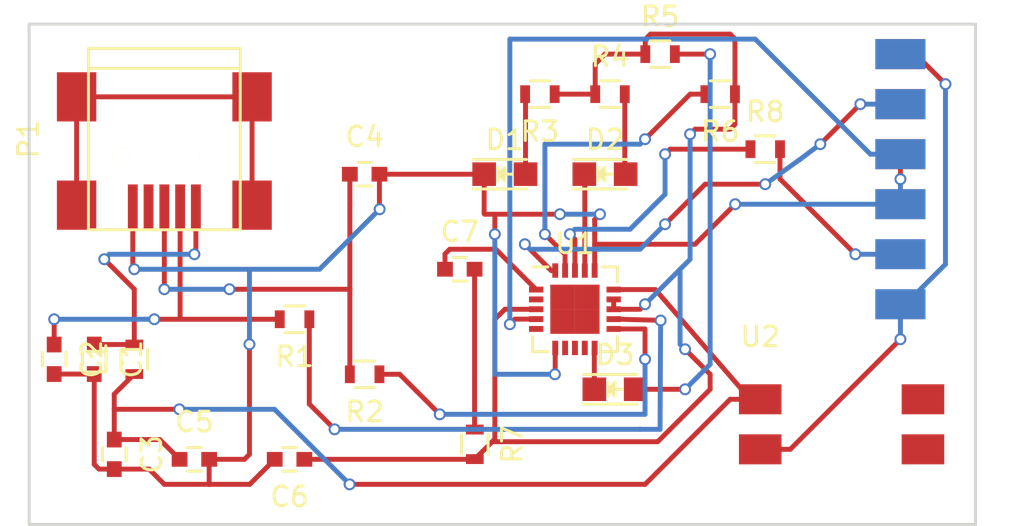
<source format=kicad_pcb>
(kicad_pcb (version 4) (host pcbnew 4.0.0-rc1-stable)

  (general
    (links 48)
    (no_connects 0)
    (area 110.005 73.72757 162.381858 101.675001)
    (thickness 1.6)
    (drawings 4)
    (tracks 237)
    (zones 0)
    (modules 23)
    (nets 34)
  )

  (page A4)
  (layers
    (0 F.Cu signal)
    (31 B.Cu signal)
    (32 B.Adhes user)
    (33 F.Adhes user)
    (34 B.Paste user)
    (35 F.Paste user)
    (36 B.SilkS user)
    (37 F.SilkS user)
    (38 B.Mask user)
    (39 F.Mask user)
    (40 Dwgs.User user)
    (41 Cmts.User user)
    (42 Eco1.User user)
    (43 Eco2.User user)
    (44 Edge.Cuts user)
    (45 Margin user)
    (46 B.CrtYd user)
    (47 F.CrtYd user)
    (48 B.Fab user)
    (49 F.Fab user)
  )

  (setup
    (last_trace_width 0.25)
    (trace_clearance 0.2)
    (zone_clearance 0.508)
    (zone_45_only no)
    (trace_min 0.2)
    (segment_width 0.2)
    (edge_width 0.15)
    (via_size 0.6)
    (via_drill 0.4)
    (via_min_size 0.4)
    (via_min_drill 0.3)
    (uvia_size 0.3)
    (uvia_drill 0.1)
    (uvias_allowed no)
    (uvia_min_size 0.2)
    (uvia_min_drill 0.1)
    (pcb_text_width 0.3)
    (pcb_text_size 1.5 1.5)
    (mod_edge_width 0.15)
    (mod_text_size 1 1)
    (mod_text_width 0.15)
    (pad_size 1.524 1.524)
    (pad_drill 0.762)
    (pad_to_mask_clearance 0.2)
    (aux_axis_origin 0 0)
    (grid_origin 166.37 90.932)
    (visible_elements 7FFE7F7F)
    (pcbplotparams
      (layerselection 0x00030_80000001)
      (usegerberextensions false)
      (excludeedgelayer true)
      (linewidth 0.100000)
      (plotframeref false)
      (viasonmask false)
      (mode 1)
      (useauxorigin false)
      (hpglpennumber 1)
      (hpglpenspeed 20)
      (hpglpendiameter 15)
      (hpglpenoverlay 2)
      (psnegative false)
      (psa4output false)
      (plotreference true)
      (plotvalue true)
      (plotinvisibletext false)
      (padsonsilk false)
      (subtractmaskfromsilk false)
      (outputformat 1)
      (mirror false)
      (drillshape 1)
      (scaleselection 1)
      (outputdirectory ""))
  )

  (net 0 "")
  (net 1 "Net-(C1-Pad1)")
  (net 2 GND)
  (net 3 "Net-(C2-Pad1)")
  (net 4 +5V)
  (net 5 "Net-(C4-Pad1)")
  (net 6 +3V3)
  (net 7 "Net-(C7-Pad1)")
  (net 8 /PROGRAM)
  (net 9 "Net-(D1-Pad2)")
  (net 10 "Net-(D2-Pad2)")
  (net 11 /~RXLED)
  (net 12 "Net-(D3-Pad2)")
  (net 13 /~TXLED)
  (net 14 /POWER_OUT)
  (net 15 "Net-(J1-Pad3)")
  (net 16 "Net-(J1-Pad7)")
  (net 17 "Net-(J1-Pad9)")
  (net 18 "Net-(J1-Pad11)")
  (net 19 "Net-(J1-Pad2)")
  (net 20 /TX)
  (net 21 /RX)
  (net 22 "Net-(J1-Pad10)")
  (net 23 "Net-(P1-Pad4)")
  (net 24 "Net-(P1-Pad6)")
  (net 25 "Net-(R1-Pad1)")
  (net 26 "Net-(R2-Pad1)")
  (net 27 /~SLEEP)
  (net 28 /TXDEN)
  (net 29 "Net-(U1-Pad2)")
  (net 30 "Net-(U1-Pad5)")
  (net 31 "Net-(U1-Pad7)")
  (net 32 "Net-(U1-Pad8)")
  (net 33 "Net-(U1-Pad9)")

  (net_class Default "This is the default net class."
    (clearance 0.2)
    (trace_width 0.25)
    (via_dia 0.6)
    (via_drill 0.4)
    (uvia_dia 0.3)
    (uvia_drill 0.1)
    (add_net +3V3)
    (add_net +5V)
    (add_net /POWER_OUT)
    (add_net /PROGRAM)
    (add_net /RX)
    (add_net /TX)
    (add_net /TXDEN)
    (add_net /~RXLED)
    (add_net /~SLEEP)
    (add_net /~TXLED)
    (add_net GND)
    (add_net "Net-(C1-Pad1)")
    (add_net "Net-(C2-Pad1)")
    (add_net "Net-(C4-Pad1)")
    (add_net "Net-(C7-Pad1)")
    (add_net "Net-(D1-Pad2)")
    (add_net "Net-(D2-Pad2)")
    (add_net "Net-(D3-Pad2)")
    (add_net "Net-(J1-Pad10)")
    (add_net "Net-(J1-Pad11)")
    (add_net "Net-(J1-Pad2)")
    (add_net "Net-(J1-Pad3)")
    (add_net "Net-(J1-Pad7)")
    (add_net "Net-(J1-Pad9)")
    (add_net "Net-(P1-Pad4)")
    (add_net "Net-(P1-Pad6)")
    (add_net "Net-(R1-Pad1)")
    (add_net "Net-(R2-Pad1)")
    (add_net "Net-(U1-Pad2)")
    (add_net "Net-(U1-Pad5)")
    (add_net "Net-(U1-Pad7)")
    (add_net "Net-(U1-Pad8)")
    (add_net "Net-(U1-Pad9)")
  )

  (module Capacitors_SMD:C_0603 (layer F.Cu) (tedit 5415D631) (tstamp 562BE4B7)
    (at 115.062 93.218 270)
    (descr "Capacitor SMD 0603, reflow soldering, AVX (see smccp.pdf)")
    (tags "capacitor 0603")
    (path /5622A96F)
    (attr smd)
    (fp_text reference C1 (at 0 -1.9 270) (layer F.SilkS)
      (effects (font (size 1 1) (thickness 0.15)))
    )
    (fp_text value 10nF (at 0 1.9 270) (layer F.Fab)
      (effects (font (size 1 1) (thickness 0.15)))
    )
    (fp_line (start -1.45 -0.75) (end 1.45 -0.75) (layer F.CrtYd) (width 0.05))
    (fp_line (start -1.45 0.75) (end 1.45 0.75) (layer F.CrtYd) (width 0.05))
    (fp_line (start -1.45 -0.75) (end -1.45 0.75) (layer F.CrtYd) (width 0.05))
    (fp_line (start 1.45 -0.75) (end 1.45 0.75) (layer F.CrtYd) (width 0.05))
    (fp_line (start -0.35 -0.6) (end 0.35 -0.6) (layer F.SilkS) (width 0.15))
    (fp_line (start 0.35 0.6) (end -0.35 0.6) (layer F.SilkS) (width 0.15))
    (pad 1 smd rect (at -0.75 0 270) (size 0.8 0.75) (layers F.Cu F.Paste F.Mask)
      (net 1 "Net-(C1-Pad1)"))
    (pad 2 smd rect (at 0.75 0 270) (size 0.8 0.75) (layers F.Cu F.Paste F.Mask)
      (net 2 GND))
    (model Capacitors_SMD.3dshapes/C_0603.wrl
      (at (xyz 0 0 0))
      (scale (xyz 1 1 1))
      (rotate (xyz 0 0 0))
    )
  )

  (module Capacitors_SMD:C_0603 (layer F.Cu) (tedit 5415D631) (tstamp 562BE4C3)
    (at 113.03 93.218 270)
    (descr "Capacitor SMD 0603, reflow soldering, AVX (see smccp.pdf)")
    (tags "capacitor 0603")
    (path /5622A900)
    (attr smd)
    (fp_text reference C2 (at 0 -1.9 270) (layer F.SilkS)
      (effects (font (size 1 1) (thickness 0.15)))
    )
    (fp_text value 47pF (at 0 1.9 270) (layer F.Fab)
      (effects (font (size 1 1) (thickness 0.15)))
    )
    (fp_line (start -1.45 -0.75) (end 1.45 -0.75) (layer F.CrtYd) (width 0.05))
    (fp_line (start -1.45 0.75) (end 1.45 0.75) (layer F.CrtYd) (width 0.05))
    (fp_line (start -1.45 -0.75) (end -1.45 0.75) (layer F.CrtYd) (width 0.05))
    (fp_line (start 1.45 -0.75) (end 1.45 0.75) (layer F.CrtYd) (width 0.05))
    (fp_line (start -0.35 -0.6) (end 0.35 -0.6) (layer F.SilkS) (width 0.15))
    (fp_line (start 0.35 0.6) (end -0.35 0.6) (layer F.SilkS) (width 0.15))
    (pad 1 smd rect (at -0.75 0 270) (size 0.8 0.75) (layers F.Cu F.Paste F.Mask)
      (net 3 "Net-(C2-Pad1)"))
    (pad 2 smd rect (at 0.75 0 270) (size 0.8 0.75) (layers F.Cu F.Paste F.Mask)
      (net 2 GND))
    (model Capacitors_SMD.3dshapes/C_0603.wrl
      (at (xyz 0 0 0))
      (scale (xyz 1 1 1))
      (rotate (xyz 0 0 0))
    )
  )

  (module Capacitors_SMD:C_0603 (layer F.Cu) (tedit 5415D631) (tstamp 562BE4CF)
    (at 116.078 98.044 270)
    (descr "Capacitor SMD 0603, reflow soldering, AVX (see smccp.pdf)")
    (tags "capacitor 0603")
    (path /5622A9AE)
    (attr smd)
    (fp_text reference C3 (at 0 -1.9 270) (layer F.SilkS)
      (effects (font (size 1 1) (thickness 0.15)))
    )
    (fp_text value 4.7uF (at 0 1.9 270) (layer F.Fab)
      (effects (font (size 1 1) (thickness 0.15)))
    )
    (fp_line (start -1.45 -0.75) (end 1.45 -0.75) (layer F.CrtYd) (width 0.05))
    (fp_line (start -1.45 0.75) (end 1.45 0.75) (layer F.CrtYd) (width 0.05))
    (fp_line (start -1.45 -0.75) (end -1.45 0.75) (layer F.CrtYd) (width 0.05))
    (fp_line (start 1.45 -0.75) (end 1.45 0.75) (layer F.CrtYd) (width 0.05))
    (fp_line (start -0.35 -0.6) (end 0.35 -0.6) (layer F.SilkS) (width 0.15))
    (fp_line (start 0.35 0.6) (end -0.35 0.6) (layer F.SilkS) (width 0.15))
    (pad 1 smd rect (at -0.75 0 270) (size 0.8 0.75) (layers F.Cu F.Paste F.Mask)
      (net 4 +5V))
    (pad 2 smd rect (at 0.75 0 270) (size 0.8 0.75) (layers F.Cu F.Paste F.Mask)
      (net 2 GND))
    (model Capacitors_SMD.3dshapes/C_0603.wrl
      (at (xyz 0 0 0))
      (scale (xyz 1 1 1))
      (rotate (xyz 0 0 0))
    )
  )

  (module Capacitors_SMD:C_0603 (layer F.Cu) (tedit 5415D631) (tstamp 562BE4DB)
    (at 128.778 83.82)
    (descr "Capacitor SMD 0603, reflow soldering, AVX (see smccp.pdf)")
    (tags "capacitor 0603")
    (path /5622A8B7)
    (attr smd)
    (fp_text reference C4 (at 0 -1.9) (layer F.SilkS)
      (effects (font (size 1 1) (thickness 0.15)))
    )
    (fp_text value 47pF (at 0 1.9) (layer F.Fab)
      (effects (font (size 1 1) (thickness 0.15)))
    )
    (fp_line (start -1.45 -0.75) (end 1.45 -0.75) (layer F.CrtYd) (width 0.05))
    (fp_line (start -1.45 0.75) (end 1.45 0.75) (layer F.CrtYd) (width 0.05))
    (fp_line (start -1.45 -0.75) (end -1.45 0.75) (layer F.CrtYd) (width 0.05))
    (fp_line (start 1.45 -0.75) (end 1.45 0.75) (layer F.CrtYd) (width 0.05))
    (fp_line (start -0.35 -0.6) (end 0.35 -0.6) (layer F.SilkS) (width 0.15))
    (fp_line (start 0.35 0.6) (end -0.35 0.6) (layer F.SilkS) (width 0.15))
    (pad 1 smd rect (at -0.75 0) (size 0.8 0.75) (layers F.Cu F.Paste F.Mask)
      (net 5 "Net-(C4-Pad1)"))
    (pad 2 smd rect (at 0.75 0) (size 0.8 0.75) (layers F.Cu F.Paste F.Mask)
      (net 2 GND))
    (model Capacitors_SMD.3dshapes/C_0603.wrl
      (at (xyz 0 0 0))
      (scale (xyz 1 1 1))
      (rotate (xyz 0 0 0))
    )
  )

  (module Capacitors_SMD:C_0603 (layer F.Cu) (tedit 5415D631) (tstamp 562BE4E7)
    (at 120.142 98.298)
    (descr "Capacitor SMD 0603, reflow soldering, AVX (see smccp.pdf)")
    (tags "capacitor 0603")
    (path /5622A923)
    (attr smd)
    (fp_text reference C5 (at 0 -1.9) (layer F.SilkS)
      (effects (font (size 1 1) (thickness 0.15)))
    )
    (fp_text value 0.1uF (at 0 1.9) (layer F.Fab)
      (effects (font (size 1 1) (thickness 0.15)))
    )
    (fp_line (start -1.45 -0.75) (end 1.45 -0.75) (layer F.CrtYd) (width 0.05))
    (fp_line (start -1.45 0.75) (end 1.45 0.75) (layer F.CrtYd) (width 0.05))
    (fp_line (start -1.45 -0.75) (end -1.45 0.75) (layer F.CrtYd) (width 0.05))
    (fp_line (start 1.45 -0.75) (end 1.45 0.75) (layer F.CrtYd) (width 0.05))
    (fp_line (start -0.35 -0.6) (end 0.35 -0.6) (layer F.SilkS) (width 0.15))
    (fp_line (start 0.35 0.6) (end -0.35 0.6) (layer F.SilkS) (width 0.15))
    (pad 1 smd rect (at -0.75 0) (size 0.8 0.75) (layers F.Cu F.Paste F.Mask)
      (net 4 +5V))
    (pad 2 smd rect (at 0.75 0) (size 0.8 0.75) (layers F.Cu F.Paste F.Mask)
      (net 2 GND))
    (model Capacitors_SMD.3dshapes/C_0603.wrl
      (at (xyz 0 0 0))
      (scale (xyz 1 1 1))
      (rotate (xyz 0 0 0))
    )
  )

  (module Capacitors_SMD:C_0603 (layer F.Cu) (tedit 5415D631) (tstamp 562BE4F3)
    (at 124.968 98.298 180)
    (descr "Capacitor SMD 0603, reflow soldering, AVX (see smccp.pdf)")
    (tags "capacitor 0603")
    (path /5622A948)
    (attr smd)
    (fp_text reference C6 (at 0 -1.9 180) (layer F.SilkS)
      (effects (font (size 1 1) (thickness 0.15)))
    )
    (fp_text value 0.1uF (at 0 1.9 180) (layer F.Fab)
      (effects (font (size 1 1) (thickness 0.15)))
    )
    (fp_line (start -1.45 -0.75) (end 1.45 -0.75) (layer F.CrtYd) (width 0.05))
    (fp_line (start -1.45 0.75) (end 1.45 0.75) (layer F.CrtYd) (width 0.05))
    (fp_line (start -1.45 -0.75) (end -1.45 0.75) (layer F.CrtYd) (width 0.05))
    (fp_line (start 1.45 -0.75) (end 1.45 0.75) (layer F.CrtYd) (width 0.05))
    (fp_line (start -0.35 -0.6) (end 0.35 -0.6) (layer F.SilkS) (width 0.15))
    (fp_line (start 0.35 0.6) (end -0.35 0.6) (layer F.SilkS) (width 0.15))
    (pad 1 smd rect (at -0.75 0 180) (size 0.8 0.75) (layers F.Cu F.Paste F.Mask)
      (net 6 +3V3))
    (pad 2 smd rect (at 0.75 0 180) (size 0.8 0.75) (layers F.Cu F.Paste F.Mask)
      (net 2 GND))
    (model Capacitors_SMD.3dshapes/C_0603.wrl
      (at (xyz 0 0 0))
      (scale (xyz 1 1 1))
      (rotate (xyz 0 0 0))
    )
  )

  (module Capacitors_SMD:C_0603 (layer F.Cu) (tedit 5415D631) (tstamp 562BE4FF)
    (at 133.604 88.646)
    (descr "Capacitor SMD 0603, reflow soldering, AVX (see smccp.pdf)")
    (tags "capacitor 0603")
    (path /5622A9EB)
    (attr smd)
    (fp_text reference C7 (at 0 -1.9) (layer F.SilkS)
      (effects (font (size 1 1) (thickness 0.15)))
    )
    (fp_text value 0.1uF (at 0 1.9) (layer F.Fab)
      (effects (font (size 1 1) (thickness 0.15)))
    )
    (fp_line (start -1.45 -0.75) (end 1.45 -0.75) (layer F.CrtYd) (width 0.05))
    (fp_line (start -1.45 0.75) (end 1.45 0.75) (layer F.CrtYd) (width 0.05))
    (fp_line (start -1.45 -0.75) (end -1.45 0.75) (layer F.CrtYd) (width 0.05))
    (fp_line (start 1.45 -0.75) (end 1.45 0.75) (layer F.CrtYd) (width 0.05))
    (fp_line (start -0.35 -0.6) (end 0.35 -0.6) (layer F.SilkS) (width 0.15))
    (fp_line (start 0.35 0.6) (end -0.35 0.6) (layer F.SilkS) (width 0.15))
    (pad 1 smd rect (at -0.75 0) (size 0.8 0.75) (layers F.Cu F.Paste F.Mask)
      (net 7 "Net-(C7-Pad1)"))
    (pad 2 smd rect (at 0.75 0) (size 0.8 0.75) (layers F.Cu F.Paste F.Mask)
      (net 8 /PROGRAM))
    (model Capacitors_SMD.3dshapes/C_0603.wrl
      (at (xyz 0 0 0))
      (scale (xyz 1 1 1))
      (rotate (xyz 0 0 0))
    )
  )

  (module LEDs:LED-0805 (layer F.Cu) (tedit 55BDE1C2) (tstamp 562BE512)
    (at 135.89 83.82)
    (descr "LED 0805 smd package")
    (tags "LED 0805 SMD")
    (path /5622AF98)
    (attr smd)
    (fp_text reference D1 (at 0 -1.75) (layer F.SilkS)
      (effects (font (size 1 1) (thickness 0.15)))
    )
    (fp_text value POW (at 0 1.75) (layer F.Fab)
      (effects (font (size 1 1) (thickness 0.15)))
    )
    (fp_line (start -1.6 0.75) (end 1.1 0.75) (layer F.SilkS) (width 0.15))
    (fp_line (start -1.6 -0.75) (end 1.1 -0.75) (layer F.SilkS) (width 0.15))
    (fp_line (start -0.1 0.15) (end -0.1 -0.1) (layer F.SilkS) (width 0.15))
    (fp_line (start -0.1 -0.1) (end -0.25 0.05) (layer F.SilkS) (width 0.15))
    (fp_line (start -0.35 -0.35) (end -0.35 0.35) (layer F.SilkS) (width 0.15))
    (fp_line (start 0 0) (end 0.35 0) (layer F.SilkS) (width 0.15))
    (fp_line (start -0.35 0) (end 0 -0.35) (layer F.SilkS) (width 0.15))
    (fp_line (start 0 -0.35) (end 0 0.35) (layer F.SilkS) (width 0.15))
    (fp_line (start 0 0.35) (end -0.35 0) (layer F.SilkS) (width 0.15))
    (fp_line (start 1.9 -0.95) (end 1.9 0.95) (layer F.CrtYd) (width 0.05))
    (fp_line (start 1.9 0.95) (end -1.9 0.95) (layer F.CrtYd) (width 0.05))
    (fp_line (start -1.9 0.95) (end -1.9 -0.95) (layer F.CrtYd) (width 0.05))
    (fp_line (start -1.9 -0.95) (end 1.9 -0.95) (layer F.CrtYd) (width 0.05))
    (pad 2 smd rect (at 1.04902 0 180) (size 1.19888 1.19888) (layers F.Cu F.Paste F.Mask)
      (net 9 "Net-(D1-Pad2)"))
    (pad 1 smd rect (at -1.04902 0 180) (size 1.19888 1.19888) (layers F.Cu F.Paste F.Mask)
      (net 2 GND))
    (model LEDs.3dshapes/LED-0805.wrl
      (at (xyz 0 0 0))
      (scale (xyz 1 1 1))
      (rotate (xyz 0 0 0))
    )
  )

  (module LEDs:LED-0805 (layer F.Cu) (tedit 55BDE1C2) (tstamp 562BE525)
    (at 140.97 83.82)
    (descr "LED 0805 smd package")
    (tags "LED 0805 SMD")
    (path /5622AFEB)
    (attr smd)
    (fp_text reference D2 (at 0 -1.75) (layer F.SilkS)
      (effects (font (size 1 1) (thickness 0.15)))
    )
    (fp_text value RX (at 0 1.75) (layer F.Fab)
      (effects (font (size 1 1) (thickness 0.15)))
    )
    (fp_line (start -1.6 0.75) (end 1.1 0.75) (layer F.SilkS) (width 0.15))
    (fp_line (start -1.6 -0.75) (end 1.1 -0.75) (layer F.SilkS) (width 0.15))
    (fp_line (start -0.1 0.15) (end -0.1 -0.1) (layer F.SilkS) (width 0.15))
    (fp_line (start -0.1 -0.1) (end -0.25 0.05) (layer F.SilkS) (width 0.15))
    (fp_line (start -0.35 -0.35) (end -0.35 0.35) (layer F.SilkS) (width 0.15))
    (fp_line (start 0 0) (end 0.35 0) (layer F.SilkS) (width 0.15))
    (fp_line (start -0.35 0) (end 0 -0.35) (layer F.SilkS) (width 0.15))
    (fp_line (start 0 -0.35) (end 0 0.35) (layer F.SilkS) (width 0.15))
    (fp_line (start 0 0.35) (end -0.35 0) (layer F.SilkS) (width 0.15))
    (fp_line (start 1.9 -0.95) (end 1.9 0.95) (layer F.CrtYd) (width 0.05))
    (fp_line (start 1.9 0.95) (end -1.9 0.95) (layer F.CrtYd) (width 0.05))
    (fp_line (start -1.9 0.95) (end -1.9 -0.95) (layer F.CrtYd) (width 0.05))
    (fp_line (start -1.9 -0.95) (end 1.9 -0.95) (layer F.CrtYd) (width 0.05))
    (pad 2 smd rect (at 1.04902 0 180) (size 1.19888 1.19888) (layers F.Cu F.Paste F.Mask)
      (net 10 "Net-(D2-Pad2)"))
    (pad 1 smd rect (at -1.04902 0 180) (size 1.19888 1.19888) (layers F.Cu F.Paste F.Mask)
      (net 11 /~RXLED))
    (model LEDs.3dshapes/LED-0805.wrl
      (at (xyz 0 0 0))
      (scale (xyz 1 1 1))
      (rotate (xyz 0 0 0))
    )
  )

  (module LEDs:LED-0805 (layer F.Cu) (tedit 55BDE1C2) (tstamp 562BE538)
    (at 141.478 94.742)
    (descr "LED 0805 smd package")
    (tags "LED 0805 SMD")
    (path /5622B06E)
    (attr smd)
    (fp_text reference D3 (at 0 -1.75) (layer F.SilkS)
      (effects (font (size 1 1) (thickness 0.15)))
    )
    (fp_text value TX (at 0 1.75) (layer F.Fab)
      (effects (font (size 1 1) (thickness 0.15)))
    )
    (fp_line (start -1.6 0.75) (end 1.1 0.75) (layer F.SilkS) (width 0.15))
    (fp_line (start -1.6 -0.75) (end 1.1 -0.75) (layer F.SilkS) (width 0.15))
    (fp_line (start -0.1 0.15) (end -0.1 -0.1) (layer F.SilkS) (width 0.15))
    (fp_line (start -0.1 -0.1) (end -0.25 0.05) (layer F.SilkS) (width 0.15))
    (fp_line (start -0.35 -0.35) (end -0.35 0.35) (layer F.SilkS) (width 0.15))
    (fp_line (start 0 0) (end 0.35 0) (layer F.SilkS) (width 0.15))
    (fp_line (start -0.35 0) (end 0 -0.35) (layer F.SilkS) (width 0.15))
    (fp_line (start 0 -0.35) (end 0 0.35) (layer F.SilkS) (width 0.15))
    (fp_line (start 0 0.35) (end -0.35 0) (layer F.SilkS) (width 0.15))
    (fp_line (start 1.9 -0.95) (end 1.9 0.95) (layer F.CrtYd) (width 0.05))
    (fp_line (start 1.9 0.95) (end -1.9 0.95) (layer F.CrtYd) (width 0.05))
    (fp_line (start -1.9 0.95) (end -1.9 -0.95) (layer F.CrtYd) (width 0.05))
    (fp_line (start -1.9 -0.95) (end 1.9 -0.95) (layer F.CrtYd) (width 0.05))
    (pad 2 smd rect (at 1.04902 0 180) (size 1.19888 1.19888) (layers F.Cu F.Paste F.Mask)
      (net 12 "Net-(D3-Pad2)"))
    (pad 1 smd rect (at -1.04902 0 180) (size 1.19888 1.19888) (layers F.Cu F.Paste F.Mask)
      (net 13 /~TXLED))
    (model LEDs.3dshapes/LED-0805.wrl
      (at (xyz 0 0 0))
      (scale (xyz 1 1 1))
      (rotate (xyz 0 0 0))
    )
  )

  (module open_robotics:modular8_rev3_edge (layer F.Cu) (tedit 560B6D0D) (tstamp 562BE548)
    (at 155.956 82.804 270)
    (path /5629AC49)
    (fp_text reference J1 (at -3.81 -3.81 270) (layer F.SilkS) hide
      (effects (font (size 1 1) (thickness 0.15)))
    )
    (fp_text value modular8_rev3_comms_out (at 1.27 -2.54 270) (layer F.Fab) hide
      (effects (font (size 1 1) (thickness 0.15)))
    )
    (pad 1 smd rect (at -5.08 0 270) (size 1.524 2.54) (layers F.Cu F.Paste F.Mask)
      (net 14 /POWER_OUT))
    (pad 3 smd rect (at -2.54 0 270) (size 1.524 2.54) (layers F.Cu F.Paste F.Mask)
      (net 15 "Net-(J1-Pad3)"))
    (pad 5 smd rect (at 0 0 270) (size 1.524 2.54) (layers F.Cu F.Paste F.Mask)
      (net 2 GND))
    (pad 7 smd rect (at 2.54 0 270) (size 1.524 2.54) (layers F.Cu F.Paste F.Mask)
      (net 16 "Net-(J1-Pad7)"))
    (pad 9 smd rect (at 5.08 0 270) (size 1.524 2.54) (layers F.Cu F.Paste F.Mask)
      (net 17 "Net-(J1-Pad9)"))
    (pad 11 smd rect (at 7.62 0 270) (size 1.524 2.54) (layers F.Cu F.Paste F.Mask)
      (net 18 "Net-(J1-Pad11)"))
    (pad 2 smd rect (at -5.08 0 270) (size 1.524 2.54) (layers B.Cu F.Paste F.Mask)
      (net 19 "Net-(J1-Pad2)"))
    (pad 4 smd rect (at -2.54 0 270) (size 1.524 2.54) (layers B.Cu F.Paste F.Mask)
      (net 20 /TX))
    (pad 6 smd rect (at 0 0 270) (size 1.524 2.54) (layers B.Cu F.Paste F.Mask)
      (net 21 /RX))
    (pad 8 smd rect (at 2.54 0 270) (size 1.524 2.54) (layers B.Cu F.Paste F.Mask)
      (net 2 GND))
    (pad 10 smd rect (at 5.08 0 270) (size 1.524 2.54) (layers B.Cu F.Paste F.Mask)
      (net 22 "Net-(J1-Pad10)"))
    (pad 12 smd rect (at 7.62 0 270) (size 1.524 2.54) (layers B.Cu F.Paste F.Mask)
      (net 14 /POWER_OUT))
  )

  (module Resistors_SMD:R_0603 (layer F.Cu) (tedit 5415CC62) (tstamp 562BE554)
    (at 117.094 93.218 90)
    (descr "Resistor SMD 0603, reflow soldering, Vishay (see dcrcw.pdf)")
    (tags "resistor 0603")
    (path /5622AEDE)
    (attr smd)
    (fp_text reference L1 (at 0 -1.9 90) (layer F.SilkS)
      (effects (font (size 1 1) (thickness 0.15)))
    )
    (fp_text value "FERRITE BEAD" (at 0 1.9 90) (layer F.Fab)
      (effects (font (size 1 1) (thickness 0.15)))
    )
    (fp_line (start -1.3 -0.8) (end 1.3 -0.8) (layer F.CrtYd) (width 0.05))
    (fp_line (start -1.3 0.8) (end 1.3 0.8) (layer F.CrtYd) (width 0.05))
    (fp_line (start -1.3 -0.8) (end -1.3 0.8) (layer F.CrtYd) (width 0.05))
    (fp_line (start 1.3 -0.8) (end 1.3 0.8) (layer F.CrtYd) (width 0.05))
    (fp_line (start 0.5 0.675) (end -0.5 0.675) (layer F.SilkS) (width 0.15))
    (fp_line (start -0.5 -0.675) (end 0.5 -0.675) (layer F.SilkS) (width 0.15))
    (pad 1 smd rect (at -0.75 0 90) (size 0.5 0.9) (layers F.Cu F.Paste F.Mask)
      (net 4 +5V))
    (pad 2 smd rect (at 0.75 0 90) (size 0.5 0.9) (layers F.Cu F.Paste F.Mask)
      (net 1 "Net-(C1-Pad1)"))
    (model Resistors_SMD.3dshapes/R_0603.wrl
      (at (xyz 0 0 0))
      (scale (xyz 1 1 1))
      (rotate (xyz 0 0 0))
    )
  )

  (module Connect:USB_Mini-B (layer F.Cu) (tedit 5543E571) (tstamp 562BE56C)
    (at 118.618 82.042 270)
    (descr "USB Mini-B 5-pin SMD connector")
    (tags "USB USB_B USB_Mini connector")
    (path /5622A78F)
    (attr smd)
    (fp_text reference P1 (at 0 6.90118 270) (layer F.SilkS)
      (effects (font (size 1 1) (thickness 0.15)))
    )
    (fp_text value USB_OTG (at 0 -7.0993 270) (layer F.Fab)
      (effects (font (size 1 1) (thickness 0.15)))
    )
    (fp_line (start -4.85 -5.7) (end 4.85 -5.7) (layer F.CrtYd) (width 0.05))
    (fp_line (start 4.85 -5.7) (end 4.85 5.7) (layer F.CrtYd) (width 0.05))
    (fp_line (start 4.85 5.7) (end -4.85 5.7) (layer F.CrtYd) (width 0.05))
    (fp_line (start -4.85 5.7) (end -4.85 -5.7) (layer F.CrtYd) (width 0.05))
    (fp_line (start -3.59918 -3.85064) (end -3.59918 3.85064) (layer F.SilkS) (width 0.15))
    (fp_line (start -4.59994 -3.85064) (end -4.59994 3.85064) (layer F.SilkS) (width 0.15))
    (fp_line (start -4.59994 3.85064) (end 4.59994 3.85064) (layer F.SilkS) (width 0.15))
    (fp_line (start 4.59994 3.85064) (end 4.59994 -3.85064) (layer F.SilkS) (width 0.15))
    (fp_line (start 4.59994 -3.85064) (end -4.59994 -3.85064) (layer F.SilkS) (width 0.15))
    (pad 1 smd rect (at 3.44932 -1.6002 270) (size 2.30124 0.50038) (layers F.Cu F.Paste F.Mask)
      (net 1 "Net-(C1-Pad1)"))
    (pad 2 smd rect (at 3.44932 -0.8001 270) (size 2.30124 0.50038) (layers F.Cu F.Paste F.Mask)
      (net 3 "Net-(C2-Pad1)"))
    (pad 3 smd rect (at 3.44932 0 270) (size 2.30124 0.50038) (layers F.Cu F.Paste F.Mask)
      (net 5 "Net-(C4-Pad1)"))
    (pad 4 smd rect (at 3.44932 0.8001 270) (size 2.30124 0.50038) (layers F.Cu F.Paste F.Mask)
      (net 23 "Net-(P1-Pad4)"))
    (pad 5 smd rect (at 3.44932 1.6002 270) (size 2.30124 0.50038) (layers F.Cu F.Paste F.Mask)
      (net 2 GND))
    (pad 6 smd rect (at 3.35026 -4.45008 270) (size 2.49936 1.99898) (layers F.Cu F.Paste F.Mask)
      (net 24 "Net-(P1-Pad6)"))
    (pad 6 smd rect (at -2.14884 -4.45008 270) (size 2.49936 1.99898) (layers F.Cu F.Paste F.Mask)
      (net 24 "Net-(P1-Pad6)"))
    (pad 6 smd rect (at 3.35026 4.45008 270) (size 2.49936 1.99898) (layers F.Cu F.Paste F.Mask)
      (net 24 "Net-(P1-Pad6)"))
    (pad 6 smd rect (at -2.14884 4.45008 270) (size 2.49936 1.99898) (layers F.Cu F.Paste F.Mask)
      (net 24 "Net-(P1-Pad6)"))
    (pad "" np_thru_hole circle (at 0.8509 -2.19964 270) (size 0.89916 0.89916) (drill 0.89916) (layers *.Cu *.Mask F.SilkS))
    (pad "" np_thru_hole circle (at 0.8509 2.19964 270) (size 0.89916 0.89916) (drill 0.89916) (layers *.Cu *.Mask F.SilkS))
  )

  (module Resistors_SMD:R_0603 (layer F.Cu) (tedit 5415CC62) (tstamp 562BE578)
    (at 125.222 91.186 180)
    (descr "Resistor SMD 0603, reflow soldering, Vishay (see dcrcw.pdf)")
    (tags "resistor 0603")
    (path /5622A746)
    (attr smd)
    (fp_text reference R1 (at 0 -1.9 180) (layer F.SilkS)
      (effects (font (size 1 1) (thickness 0.15)))
    )
    (fp_text value 27 (at 0 1.9 180) (layer F.Fab)
      (effects (font (size 1 1) (thickness 0.15)))
    )
    (fp_line (start -1.3 -0.8) (end 1.3 -0.8) (layer F.CrtYd) (width 0.05))
    (fp_line (start -1.3 0.8) (end 1.3 0.8) (layer F.CrtYd) (width 0.05))
    (fp_line (start -1.3 -0.8) (end -1.3 0.8) (layer F.CrtYd) (width 0.05))
    (fp_line (start 1.3 -0.8) (end 1.3 0.8) (layer F.CrtYd) (width 0.05))
    (fp_line (start 0.5 0.675) (end -0.5 0.675) (layer F.SilkS) (width 0.15))
    (fp_line (start -0.5 -0.675) (end 0.5 -0.675) (layer F.SilkS) (width 0.15))
    (pad 1 smd rect (at -0.75 0 180) (size 0.5 0.9) (layers F.Cu F.Paste F.Mask)
      (net 25 "Net-(R1-Pad1)"))
    (pad 2 smd rect (at 0.75 0 180) (size 0.5 0.9) (layers F.Cu F.Paste F.Mask)
      (net 3 "Net-(C2-Pad1)"))
    (model Resistors_SMD.3dshapes/R_0603.wrl
      (at (xyz 0 0 0))
      (scale (xyz 1 1 1))
      (rotate (xyz 0 0 0))
    )
  )

  (module Resistors_SMD:R_0603 (layer F.Cu) (tedit 5415CC62) (tstamp 562BE584)
    (at 128.778 93.98 180)
    (descr "Resistor SMD 0603, reflow soldering, Vishay (see dcrcw.pdf)")
    (tags "resistor 0603")
    (path /5622A6B9)
    (attr smd)
    (fp_text reference R2 (at 0 -1.9 180) (layer F.SilkS)
      (effects (font (size 1 1) (thickness 0.15)))
    )
    (fp_text value 27 (at 0 1.9 180) (layer F.Fab)
      (effects (font (size 1 1) (thickness 0.15)))
    )
    (fp_line (start -1.3 -0.8) (end 1.3 -0.8) (layer F.CrtYd) (width 0.05))
    (fp_line (start -1.3 0.8) (end 1.3 0.8) (layer F.CrtYd) (width 0.05))
    (fp_line (start -1.3 -0.8) (end -1.3 0.8) (layer F.CrtYd) (width 0.05))
    (fp_line (start 1.3 -0.8) (end 1.3 0.8) (layer F.CrtYd) (width 0.05))
    (fp_line (start 0.5 0.675) (end -0.5 0.675) (layer F.SilkS) (width 0.15))
    (fp_line (start -0.5 -0.675) (end 0.5 -0.675) (layer F.SilkS) (width 0.15))
    (pad 1 smd rect (at -0.75 0 180) (size 0.5 0.9) (layers F.Cu F.Paste F.Mask)
      (net 26 "Net-(R2-Pad1)"))
    (pad 2 smd rect (at 0.75 0 180) (size 0.5 0.9) (layers F.Cu F.Paste F.Mask)
      (net 5 "Net-(C4-Pad1)"))
    (model Resistors_SMD.3dshapes/R_0603.wrl
      (at (xyz 0 0 0))
      (scale (xyz 1 1 1))
      (rotate (xyz 0 0 0))
    )
  )

  (module Resistors_SMD:R_0603 (layer F.Cu) (tedit 5415CC62) (tstamp 562BE590)
    (at 137.668 79.756 180)
    (descr "Resistor SMD 0603, reflow soldering, Vishay (see dcrcw.pdf)")
    (tags "resistor 0603")
    (path /5622B3DD)
    (attr smd)
    (fp_text reference R3 (at 0 -1.9 180) (layer F.SilkS)
      (effects (font (size 1 1) (thickness 0.15)))
    )
    (fp_text value 680 (at 0 1.9 180) (layer F.Fab)
      (effects (font (size 1 1) (thickness 0.15)))
    )
    (fp_line (start -1.3 -0.8) (end 1.3 -0.8) (layer F.CrtYd) (width 0.05))
    (fp_line (start -1.3 0.8) (end 1.3 0.8) (layer F.CrtYd) (width 0.05))
    (fp_line (start -1.3 -0.8) (end -1.3 0.8) (layer F.CrtYd) (width 0.05))
    (fp_line (start 1.3 -0.8) (end 1.3 0.8) (layer F.CrtYd) (width 0.05))
    (fp_line (start 0.5 0.675) (end -0.5 0.675) (layer F.SilkS) (width 0.15))
    (fp_line (start -0.5 -0.675) (end 0.5 -0.675) (layer F.SilkS) (width 0.15))
    (pad 1 smd rect (at -0.75 0 180) (size 0.5 0.9) (layers F.Cu F.Paste F.Mask)
      (net 6 +3V3))
    (pad 2 smd rect (at 0.75 0 180) (size 0.5 0.9) (layers F.Cu F.Paste F.Mask)
      (net 9 "Net-(D1-Pad2)"))
    (model Resistors_SMD.3dshapes/R_0603.wrl
      (at (xyz 0 0 0))
      (scale (xyz 1 1 1))
      (rotate (xyz 0 0 0))
    )
  )

  (module Resistors_SMD:R_0603 (layer F.Cu) (tedit 5415CC62) (tstamp 562BE59C)
    (at 141.224 79.756)
    (descr "Resistor SMD 0603, reflow soldering, Vishay (see dcrcw.pdf)")
    (tags "resistor 0603")
    (path /5622B3E3)
    (attr smd)
    (fp_text reference R4 (at 0 -1.9) (layer F.SilkS)
      (effects (font (size 1 1) (thickness 0.15)))
    )
    (fp_text value 680 (at 0 1.9) (layer F.Fab)
      (effects (font (size 1 1) (thickness 0.15)))
    )
    (fp_line (start -1.3 -0.8) (end 1.3 -0.8) (layer F.CrtYd) (width 0.05))
    (fp_line (start -1.3 0.8) (end 1.3 0.8) (layer F.CrtYd) (width 0.05))
    (fp_line (start -1.3 -0.8) (end -1.3 0.8) (layer F.CrtYd) (width 0.05))
    (fp_line (start 1.3 -0.8) (end 1.3 0.8) (layer F.CrtYd) (width 0.05))
    (fp_line (start 0.5 0.675) (end -0.5 0.675) (layer F.SilkS) (width 0.15))
    (fp_line (start -0.5 -0.675) (end 0.5 -0.675) (layer F.SilkS) (width 0.15))
    (pad 1 smd rect (at -0.75 0) (size 0.5 0.9) (layers F.Cu F.Paste F.Mask)
      (net 6 +3V3))
    (pad 2 smd rect (at 0.75 0) (size 0.5 0.9) (layers F.Cu F.Paste F.Mask)
      (net 10 "Net-(D2-Pad2)"))
    (model Resistors_SMD.3dshapes/R_0603.wrl
      (at (xyz 0 0 0))
      (scale (xyz 1 1 1))
      (rotate (xyz 0 0 0))
    )
  )

  (module Resistors_SMD:R_0603 (layer F.Cu) (tedit 5415CC62) (tstamp 562BE5A8)
    (at 143.764 77.724)
    (descr "Resistor SMD 0603, reflow soldering, Vishay (see dcrcw.pdf)")
    (tags "resistor 0603")
    (path /5622B2D3)
    (attr smd)
    (fp_text reference R5 (at 0 -1.9) (layer F.SilkS)
      (effects (font (size 1 1) (thickness 0.15)))
    )
    (fp_text value 680 (at 0 1.9) (layer F.Fab)
      (effects (font (size 1 1) (thickness 0.15)))
    )
    (fp_line (start -1.3 -0.8) (end 1.3 -0.8) (layer F.CrtYd) (width 0.05))
    (fp_line (start -1.3 0.8) (end 1.3 0.8) (layer F.CrtYd) (width 0.05))
    (fp_line (start -1.3 -0.8) (end -1.3 0.8) (layer F.CrtYd) (width 0.05))
    (fp_line (start 1.3 -0.8) (end 1.3 0.8) (layer F.CrtYd) (width 0.05))
    (fp_line (start 0.5 0.675) (end -0.5 0.675) (layer F.SilkS) (width 0.15))
    (fp_line (start -0.5 -0.675) (end 0.5 -0.675) (layer F.SilkS) (width 0.15))
    (pad 1 smd rect (at -0.75 0) (size 0.5 0.9) (layers F.Cu F.Paste F.Mask)
      (net 6 +3V3))
    (pad 2 smd rect (at 0.75 0) (size 0.5 0.9) (layers F.Cu F.Paste F.Mask)
      (net 12 "Net-(D3-Pad2)"))
    (model Resistors_SMD.3dshapes/R_0603.wrl
      (at (xyz 0 0 0))
      (scale (xyz 1 1 1))
      (rotate (xyz 0 0 0))
    )
  )

  (module Resistors_SMD:R_0603 (layer F.Cu) (tedit 5415CC62) (tstamp 562BE5B4)
    (at 146.812 79.756 180)
    (descr "Resistor SMD 0603, reflow soldering, Vishay (see dcrcw.pdf)")
    (tags "resistor 0603")
    (path /5622B2D9)
    (attr smd)
    (fp_text reference R6 (at 0 -1.9 180) (layer F.SilkS)
      (effects (font (size 1 1) (thickness 0.15)))
    )
    (fp_text value 10k (at 0 1.9 180) (layer F.Fab)
      (effects (font (size 1 1) (thickness 0.15)))
    )
    (fp_line (start -1.3 -0.8) (end 1.3 -0.8) (layer F.CrtYd) (width 0.05))
    (fp_line (start -1.3 0.8) (end 1.3 0.8) (layer F.CrtYd) (width 0.05))
    (fp_line (start -1.3 -0.8) (end -1.3 0.8) (layer F.CrtYd) (width 0.05))
    (fp_line (start 1.3 -0.8) (end 1.3 0.8) (layer F.CrtYd) (width 0.05))
    (fp_line (start 0.5 0.675) (end -0.5 0.675) (layer F.SilkS) (width 0.15))
    (fp_line (start -0.5 -0.675) (end 0.5 -0.675) (layer F.SilkS) (width 0.15))
    (pad 1 smd rect (at -0.75 0 180) (size 0.5 0.9) (layers F.Cu F.Paste F.Mask)
      (net 6 +3V3))
    (pad 2 smd rect (at 0.75 0 180) (size 0.5 0.9) (layers F.Cu F.Paste F.Mask)
      (net 27 /~SLEEP))
    (model Resistors_SMD.3dshapes/R_0603.wrl
      (at (xyz 0 0 0))
      (scale (xyz 1 1 1))
      (rotate (xyz 0 0 0))
    )
  )

  (module Resistors_SMD:R_0603 (layer F.Cu) (tedit 5415CC62) (tstamp 562BE5C0)
    (at 134.366 97.536 270)
    (descr "Resistor SMD 0603, reflow soldering, Vishay (see dcrcw.pdf)")
    (tags "resistor 0603")
    (path /56235B1B)
    (attr smd)
    (fp_text reference R7 (at 0 -1.9 270) (layer F.SilkS)
      (effects (font (size 1 1) (thickness 0.15)))
    )
    (fp_text value 10k (at 0 1.9 270) (layer F.Fab)
      (effects (font (size 1 1) (thickness 0.15)))
    )
    (fp_line (start -1.3 -0.8) (end 1.3 -0.8) (layer F.CrtYd) (width 0.05))
    (fp_line (start -1.3 0.8) (end 1.3 0.8) (layer F.CrtYd) (width 0.05))
    (fp_line (start -1.3 -0.8) (end -1.3 0.8) (layer F.CrtYd) (width 0.05))
    (fp_line (start 1.3 -0.8) (end 1.3 0.8) (layer F.CrtYd) (width 0.05))
    (fp_line (start 0.5 0.675) (end -0.5 0.675) (layer F.SilkS) (width 0.15))
    (fp_line (start -0.5 -0.675) (end 0.5 -0.675) (layer F.SilkS) (width 0.15))
    (pad 1 smd rect (at -0.75 0 270) (size 0.5 0.9) (layers F.Cu F.Paste F.Mask)
      (net 8 /PROGRAM))
    (pad 2 smd rect (at 0.75 0 270) (size 0.5 0.9) (layers F.Cu F.Paste F.Mask)
      (net 6 +3V3))
    (model Resistors_SMD.3dshapes/R_0603.wrl
      (at (xyz 0 0 0))
      (scale (xyz 1 1 1))
      (rotate (xyz 0 0 0))
    )
  )

  (module Resistors_SMD:R_0603 (layer F.Cu) (tedit 5415CC62) (tstamp 562BE5CC)
    (at 149.098 82.55)
    (descr "Resistor SMD 0603, reflow soldering, Vishay (see dcrcw.pdf)")
    (tags "resistor 0603")
    (path /5629EF0A)
    (attr smd)
    (fp_text reference R8 (at 0 -1.9) (layer F.SilkS)
      (effects (font (size 1 1) (thickness 0.15)))
    )
    (fp_text value 10k (at 0 1.9) (layer F.Fab)
      (effects (font (size 1 1) (thickness 0.15)))
    )
    (fp_line (start -1.3 -0.8) (end 1.3 -0.8) (layer F.CrtYd) (width 0.05))
    (fp_line (start -1.3 0.8) (end 1.3 0.8) (layer F.CrtYd) (width 0.05))
    (fp_line (start -1.3 -0.8) (end -1.3 0.8) (layer F.CrtYd) (width 0.05))
    (fp_line (start 1.3 -0.8) (end 1.3 0.8) (layer F.CrtYd) (width 0.05))
    (fp_line (start 0.5 0.675) (end -0.5 0.675) (layer F.SilkS) (width 0.15))
    (fp_line (start -0.5 -0.675) (end 0.5 -0.675) (layer F.SilkS) (width 0.15))
    (pad 1 smd rect (at -0.75 0) (size 0.5 0.9) (layers F.Cu F.Paste F.Mask)
      (net 28 /TXDEN))
    (pad 2 smd rect (at 0.75 0) (size 0.5 0.9) (layers F.Cu F.Paste F.Mask)
      (net 22 "Net-(J1-Pad10)"))
    (model Resistors_SMD.3dshapes/R_0603.wrl
      (at (xyz 0 0 0))
      (scale (xyz 1 1 1))
      (rotate (xyz 0 0 0))
    )
  )

  (module Housings_DFN_QFN:QFN-20-1EP_4x4mm_Pitch0.5mm (layer F.Cu) (tedit 54130A77) (tstamp 562BE5F3)
    (at 139.446 90.678)
    (descr "20-Lead Plastic Quad Flat, No Lead Package (ML) - 4x4x0.9 mm Body [QFN]; (see Microchip Packaging Specification 00000049BS.pdf)")
    (tags "QFN 0.5")
    (path /5622A3C5)
    (attr smd)
    (fp_text reference U1 (at 0 -3.33) (layer F.SilkS)
      (effects (font (size 1 1) (thickness 0.15)))
    )
    (fp_text value FT231X (at 0 3.33) (layer F.Fab)
      (effects (font (size 1 1) (thickness 0.15)))
    )
    (fp_line (start -2.6 -2.6) (end -2.6 2.6) (layer F.CrtYd) (width 0.05))
    (fp_line (start 2.6 -2.6) (end 2.6 2.6) (layer F.CrtYd) (width 0.05))
    (fp_line (start -2.6 -2.6) (end 2.6 -2.6) (layer F.CrtYd) (width 0.05))
    (fp_line (start -2.6 2.6) (end 2.6 2.6) (layer F.CrtYd) (width 0.05))
    (fp_line (start 2.15 -2.15) (end 2.15 -1.375) (layer F.SilkS) (width 0.15))
    (fp_line (start -2.15 2.15) (end -2.15 1.375) (layer F.SilkS) (width 0.15))
    (fp_line (start 2.15 2.15) (end 2.15 1.375) (layer F.SilkS) (width 0.15))
    (fp_line (start -2.15 -2.15) (end -1.375 -2.15) (layer F.SilkS) (width 0.15))
    (fp_line (start -2.15 2.15) (end -1.375 2.15) (layer F.SilkS) (width 0.15))
    (fp_line (start 2.15 2.15) (end 1.375 2.15) (layer F.SilkS) (width 0.15))
    (fp_line (start 2.15 -2.15) (end 1.375 -2.15) (layer F.SilkS) (width 0.15))
    (pad 1 smd rect (at -1.965 -1) (size 0.73 0.3) (layers F.Cu F.Paste F.Mask)
      (net 7 "Net-(C7-Pad1)"))
    (pad 2 smd rect (at -1.965 -0.5) (size 0.73 0.3) (layers F.Cu F.Paste F.Mask)
      (net 29 "Net-(U1-Pad2)"))
    (pad 3 smd rect (at -1.965 0) (size 0.73 0.3) (layers F.Cu F.Paste F.Mask)
      (net 6 +3V3))
    (pad 4 smd rect (at -1.965 0.5) (size 0.73 0.3) (layers F.Cu F.Paste F.Mask)
      (net 21 /RX))
    (pad 5 smd rect (at -1.965 1) (size 0.73 0.3) (layers F.Cu F.Paste F.Mask)
      (net 30 "Net-(U1-Pad5)"))
    (pad 6 smd rect (at -1 1.965 90) (size 0.73 0.3) (layers F.Cu F.Paste F.Mask)
      (net 2 GND))
    (pad 7 smd rect (at -0.5 1.965 90) (size 0.73 0.3) (layers F.Cu F.Paste F.Mask)
      (net 31 "Net-(U1-Pad7)"))
    (pad 8 smd rect (at 0 1.965 90) (size 0.73 0.3) (layers F.Cu F.Paste F.Mask)
      (net 32 "Net-(U1-Pad8)"))
    (pad 9 smd rect (at 0.5 1.965 90) (size 0.73 0.3) (layers F.Cu F.Paste F.Mask)
      (net 33 "Net-(U1-Pad9)"))
    (pad 10 smd rect (at 1 1.965 90) (size 0.73 0.3) (layers F.Cu F.Paste F.Mask)
      (net 13 /~TXLED))
    (pad 11 smd rect (at 1.965 1) (size 0.73 0.3) (layers F.Cu F.Paste F.Mask)
      (net 26 "Net-(R2-Pad1)"))
    (pad 12 smd rect (at 1.965 0.5) (size 0.73 0.3) (layers F.Cu F.Paste F.Mask)
      (net 25 "Net-(R1-Pad1)"))
    (pad 13 smd rect (at 1.965 0) (size 0.73 0.3) (layers F.Cu F.Paste F.Mask)
      (net 6 +3V3))
    (pad 14 smd rect (at 1.965 -0.5) (size 0.73 0.3) (layers F.Cu F.Paste F.Mask)
      (net 6 +3V3))
    (pad 15 smd rect (at 1.965 -1) (size 0.73 0.3) (layers F.Cu F.Paste F.Mask)
      (net 4 +5V))
    (pad 16 smd rect (at 1 -1.965 90) (size 0.73 0.3) (layers F.Cu F.Paste F.Mask)
      (net 2 GND))
    (pad 17 smd rect (at 0.5 -1.965 90) (size 0.73 0.3) (layers F.Cu F.Paste F.Mask)
      (net 11 /~RXLED))
    (pad 18 smd rect (at 0 -1.965 90) (size 0.73 0.3) (layers F.Cu F.Paste F.Mask)
      (net 28 /TXDEN))
    (pad 19 smd rect (at -0.5 -1.965 90) (size 0.73 0.3) (layers F.Cu F.Paste F.Mask)
      (net 27 /~SLEEP))
    (pad 20 smd rect (at -1 -1.965 90) (size 0.73 0.3) (layers F.Cu F.Paste F.Mask)
      (net 20 /TX))
    (pad 21 smd rect (at 0.625 0.625) (size 1.25 1.25) (layers F.Cu F.Paste F.Mask)
      (solder_paste_margin_ratio -0.2))
    (pad 21 smd rect (at 0.625 -0.625) (size 1.25 1.25) (layers F.Cu F.Paste F.Mask)
      (solder_paste_margin_ratio -0.2))
    (pad 21 smd rect (at -0.625 0.625) (size 1.25 1.25) (layers F.Cu F.Paste F.Mask)
      (solder_paste_margin_ratio -0.2))
    (pad 21 smd rect (at -0.625 -0.625) (size 1.25 1.25) (layers F.Cu F.Paste F.Mask)
      (solder_paste_margin_ratio -0.2))
    (model Housings_DFN_QFN.3dshapes/QFN-20-1EP_4x4mm_Pitch0.5mm.wrl
      (at (xyz 0 0 0))
      (scale (xyz 1 1 1))
      (rotate (xyz 0 0 0))
    )
  )

  (module open_robotics:DIPSWITCH_SMT_ALCO_2CCT (layer F.Cu) (tedit 5629BD53) (tstamp 562BE5FF)
    (at 148.844 95.25)
    (path /5629AB3C)
    (fp_text reference U2 (at 0 -3.175) (layer F.SilkS)
      (effects (font (size 1 1) (thickness 0.15)))
    )
    (fp_text value TE_1825058-1 (at 7.62 -4.445) (layer F.Fab)
      (effects (font (size 1 1) (thickness 0.15)))
    )
    (fp_line (start 10.16 -2.54) (end -1.905 -2.54) (layer F.CrtYd) (width 0.15))
    (fp_line (start 10.16 5.08) (end 10.16 -2.54) (layer F.CrtYd) (width 0.15))
    (fp_line (start -1.905 5.08) (end 10.16 5.08) (layer F.CrtYd) (width 0.15))
    (fp_line (start -1.905 -2.54) (end -1.905 5.08) (layer F.CrtYd) (width 0.15))
    (pad 1 smd rect (at 0 0) (size 2.159 1.524) (layers F.Cu F.Paste F.Mask)
      (net 4 +5V))
    (pad 2 smd rect (at 0 2.54) (size 2.159 1.524) (layers F.Cu F.Paste F.Mask)
      (net 14 /POWER_OUT))
    (pad 3 smd rect (at 8.255 2.54) (size 2.159 1.524) (layers F.Cu F.Paste F.Mask))
    (pad 4 smd rect (at 8.255 0) (size 2.159 1.524) (layers F.Cu F.Paste F.Mask))
  )

  (gr_line (start 159.766 76.2) (end 111.76 76.2) (angle 90) (layer Edge.Cuts) (width 0.15))
  (gr_line (start 111.76 101.6) (end 159.766 101.6) (angle 90) (layer Edge.Cuts) (width 0.15))
  (gr_line (start 159.766 101.6) (end 159.766 76.2) (angle 90) (layer Edge.Cuts) (width 0.15))
  (gr_line (start 111.76 76.2) (end 111.76 101.6) (angle 90) (layer Edge.Cuts) (width 0.15))

  (segment (start 117.094 92.468) (end 117.094 89.662) (width 0.25) (layer F.Cu) (net 1))
  (segment (start 120.2182 87.8078) (end 120.2182 85.49132) (width 0.25) (layer F.Cu) (net 1) (tstamp 562D5751))
  (segment (start 120.142 87.884) (end 120.2182 87.8078) (width 0.25) (layer F.Cu) (net 1) (tstamp 562D5750))
  (via (at 120.142 87.884) (size 0.6) (drill 0.4) (layers F.Cu B.Cu) (net 1))
  (segment (start 115.824 87.884) (end 120.142 87.884) (width 0.25) (layer B.Cu) (net 1) (tstamp 562D574E))
  (segment (start 115.57 88.138) (end 115.824 87.884) (width 0.25) (layer B.Cu) (net 1) (tstamp 562D574D))
  (via (at 115.57 88.138) (size 0.6) (drill 0.4) (layers F.Cu B.Cu) (net 1))
  (segment (start 117.094 89.662) (end 115.57 88.138) (width 0.25) (layer F.Cu) (net 1) (tstamp 562D5740))
  (segment (start 115.062 92.468) (end 117.094 92.468) (width 0.25) (layer F.Cu) (net 1))
  (segment (start 120.892 98.298) (end 122.682 98.298) (width 0.25) (layer F.Cu) (net 2))
  (segment (start 122.936 92.456) (end 122.936 88.646) (width 0.25) (layer B.Cu) (net 2) (tstamp 562D57F6))
  (via (at 122.936 92.456) (size 0.6) (drill 0.4) (layers F.Cu B.Cu) (net 2))
  (segment (start 122.936 98.044) (end 122.936 92.456) (width 0.25) (layer F.Cu) (net 2) (tstamp 562D57F1))
  (segment (start 122.682 98.298) (end 122.936 98.044) (width 0.25) (layer F.Cu) (net 2) (tstamp 562D57EF))
  (segment (start 117.0178 85.49132) (end 117.0178 88.5698) (width 0.25) (layer F.Cu) (net 2))
  (segment (start 120.2182 88.646) (end 122.936 88.646) (width 0.25) (layer B.Cu) (net 2))
  (segment (start 117.0178 88.5698) (end 117.094 88.646) (width 0.25) (layer F.Cu) (net 2) (tstamp 562D56F1))
  (via (at 117.094 88.646) (size 0.6) (drill 0.4) (layers F.Cu B.Cu) (net 2))
  (segment (start 117.094 88.646) (end 120.2182 88.646) (width 0.25) (layer B.Cu) (net 2) (tstamp 562D56F3))
  (segment (start 120.892 98.298) (end 120.892 99.568) (width 0.25) (layer F.Cu) (net 2))
  (segment (start 120.892 99.568) (end 120.904 99.568) (width 0.25) (layer F.Cu) (net 2) (tstamp 562D53D8))
  (segment (start 116.078 98.794) (end 117.844 98.794) (width 0.25) (layer F.Cu) (net 2))
  (segment (start 122.948 99.568) (end 124.218 98.298) (width 0.25) (layer F.Cu) (net 2) (tstamp 562D53D4))
  (segment (start 118.618 99.568) (end 120.904 99.568) (width 0.25) (layer F.Cu) (net 2) (tstamp 562D53D3))
  (segment (start 120.904 99.568) (end 122.948 99.568) (width 0.25) (layer F.Cu) (net 2) (tstamp 562D53DB))
  (segment (start 117.844 98.794) (end 118.618 99.568) (width 0.25) (layer F.Cu) (net 2) (tstamp 562D53D2))
  (segment (start 115.062 93.968) (end 115.062 98.552) (width 0.25) (layer F.Cu) (net 2))
  (segment (start 115.304 98.794) (end 116.078 98.794) (width 0.25) (layer F.Cu) (net 2) (tstamp 562D53CB))
  (segment (start 115.062 98.552) (end 115.304 98.794) (width 0.25) (layer F.Cu) (net 2) (tstamp 562D53CA))
  (segment (start 113.03 93.968) (end 115.062 93.968) (width 0.25) (layer F.Cu) (net 2))
  (segment (start 155.956 85.344) (end 147.574 85.344) (width 0.25) (layer B.Cu) (net 2))
  (segment (start 145.542 87.376) (end 140.446 87.376) (width 0.25) (layer F.Cu) (net 2) (tstamp 562D517F))
  (segment (start 147.574 85.344) (end 145.542 87.376) (width 0.25) (layer F.Cu) (net 2) (tstamp 562D517E))
  (via (at 147.574 85.344) (size 0.6) (drill 0.4) (layers F.Cu B.Cu) (net 2))
  (segment (start 135.382 85.852) (end 135.382 86.868) (width 0.25) (layer F.Cu) (net 2))
  (segment (start 138.446 93.964) (end 138.446 92.643) (width 0.25) (layer F.Cu) (net 2) (tstamp 562D073E))
  (segment (start 138.43 93.98) (end 138.446 93.964) (width 0.25) (layer F.Cu) (net 2) (tstamp 562D073D))
  (via (at 138.43 93.98) (size 0.6) (drill 0.4) (layers F.Cu B.Cu) (net 2))
  (segment (start 135.382 93.98) (end 138.43 93.98) (width 0.25) (layer B.Cu) (net 2) (tstamp 562D073A))
  (segment (start 135.382 86.868) (end 135.382 93.98) (width 0.25) (layer B.Cu) (net 2) (tstamp 562D0739))
  (via (at 135.382 86.868) (size 0.6) (drill 0.4) (layers F.Cu B.Cu) (net 2))
  (segment (start 155.956 82.804) (end 155.956 84.074) (width 0.25) (layer F.Cu) (net 2) (status 10))
  (segment (start 155.956 84.074) (end 155.956 85.344) (width 0.25) (layer B.Cu) (net 2) (tstamp 562D0465) (status 20))
  (via (at 155.956 84.074) (size 0.6) (drill 0.4) (layers F.Cu B.Cu) (net 2))
  (segment (start 122.936 88.646) (end 126.492 88.646) (width 0.25) (layer B.Cu) (net 2) (tstamp 562D57F9))
  (segment (start 129.528 85.586) (end 129.528 83.82) (width 0.25) (layer F.Cu) (net 2) (tstamp 562D0195))
  (segment (start 129.54 85.598) (end 129.528 85.586) (width 0.25) (layer F.Cu) (net 2) (tstamp 562D0194))
  (via (at 129.54 85.598) (size 0.6) (drill 0.4) (layers F.Cu B.Cu) (net 2))
  (segment (start 126.492 88.646) (end 129.54 85.598) (width 0.25) (layer B.Cu) (net 2) (tstamp 562D0191))
  (segment (start 140.446 88.713) (end 140.446 87.376) (width 0.25) (layer F.Cu) (net 2))
  (segment (start 140.446 87.376) (end 140.446 86.868) (width 0.25) (layer F.Cu) (net 2) (tstamp 562D5184))
  (segment (start 140.446 86.122) (end 140.716 85.852) (width 0.25) (layer F.Cu) (net 2) (tstamp 562CFF1D))
  (via (at 140.716 85.852) (size 0.6) (drill 0.4) (layers F.Cu B.Cu) (net 2))
  (segment (start 140.716 85.852) (end 138.684 85.852) (width 0.25) (layer B.Cu) (net 2) (tstamp 562CFF20))
  (via (at 138.684 85.852) (size 0.6) (drill 0.4) (layers F.Cu B.Cu) (net 2))
  (segment (start 138.684 85.852) (end 135.382 85.852) (width 0.25) (layer F.Cu) (net 2) (tstamp 562CFF25))
  (segment (start 140.446 86.868) (end 140.446 86.122) (width 0.25) (layer F.Cu) (net 2) (tstamp 562D0615))
  (segment (start 134.84098 85.81898) (end 134.84098 83.82) (width 0.25) (layer F.Cu) (net 2) (tstamp 562CFF2B))
  (segment (start 134.874 85.852) (end 134.84098 85.81898) (width 0.25) (layer F.Cu) (net 2) (tstamp 562CFF26))
  (segment (start 135.382 85.852) (end 134.874 85.852) (width 0.25) (layer F.Cu) (net 2) (tstamp 562D0734))
  (segment (start 129.528 83.82) (end 134.84098 83.82) (width 0.25) (layer F.Cu) (net 2))
  (segment (start 119.4181 85.49132) (end 119.4181 91.186) (width 0.25) (layer F.Cu) (net 3))
  (segment (start 119.4181 91.186) (end 119.38 91.186) (width 0.25) (layer F.Cu) (net 3) (tstamp 562D57B0))
  (segment (start 113.03 92.468) (end 113.03 91.186) (width 0.25) (layer F.Cu) (net 3))
  (segment (start 113.03 91.186) (end 117.8179 91.186) (width 0.25) (layer B.Cu) (net 3) (tstamp 562D53B8))
  (via (at 113.03 91.186) (size 0.6) (drill 0.4) (layers F.Cu B.Cu) (net 3))
  (segment (start 117.8179 91.186) (end 117.602 91.186) (width 0.25) (layer B.Cu) (net 3) (tstamp 562D53B9))
  (segment (start 124.472 91.186) (end 119.38 91.186) (width 0.25) (layer F.Cu) (net 3))
  (segment (start 119.38 91.186) (end 118.11 91.186) (width 0.25) (layer F.Cu) (net 3) (tstamp 562D57B5))
  (segment (start 118.11 91.186) (end 117.8179 91.186) (width 0.25) (layer B.Cu) (net 3) (tstamp 562D0180))
  (via (at 118.11 91.186) (size 0.6) (drill 0.4) (layers F.Cu B.Cu) (net 3))
  (segment (start 117.8179 91.186) (end 117.856 91.186) (width 0.25) (layer B.Cu) (net 3) (tstamp 562D0181))
  (segment (start 117.856 91.186) (end 117.8179 91.186) (width 0.25) (layer B.Cu) (net 3) (tstamp 562D0183))
  (segment (start 148.844 95.25) (end 147.32 95.25) (width 0.25) (layer F.Cu) (net 4))
  (segment (start 119.38 95.758) (end 116.078 95.758) (width 0.25) (layer F.Cu) (net 4) (tstamp 562D54AC))
  (via (at 119.38 95.758) (size 0.6) (drill 0.4) (layers F.Cu B.Cu) (net 4))
  (segment (start 124.206 95.758) (end 119.38 95.758) (width 0.25) (layer B.Cu) (net 4) (tstamp 562D54A9))
  (segment (start 128.016 99.568) (end 124.206 95.758) (width 0.25) (layer B.Cu) (net 4) (tstamp 562D54A8))
  (via (at 128.016 99.568) (size 0.6) (drill 0.4) (layers F.Cu B.Cu) (net 4))
  (segment (start 143.002 99.568) (end 128.016 99.568) (width 0.25) (layer F.Cu) (net 4) (tstamp 562D54A2))
  (segment (start 147.32 95.25) (end 143.002 99.568) (width 0.25) (layer F.Cu) (net 4) (tstamp 562D549D))
  (segment (start 116.078 97.294) (end 118.388 97.294) (width 0.25) (layer F.Cu) (net 4))
  (segment (start 118.388 97.294) (end 119.392 98.298) (width 0.25) (layer F.Cu) (net 4) (tstamp 562D53CE))
  (segment (start 116.078 97.294) (end 116.078 95.758) (width 0.25) (layer F.Cu) (net 4))
  (segment (start 116.078 95.758) (end 116.078 94.984) (width 0.25) (layer F.Cu) (net 4) (tstamp 562D54AF))
  (segment (start 116.078 94.984) (end 117.094 93.968) (width 0.25) (layer F.Cu) (net 4) (tstamp 562D53C6))
  (segment (start 148.59 95.25) (end 148.844 95.25) (width 0.25) (layer F.Cu) (net 4) (tstamp 562D023F) (status 30))
  (segment (start 141.411 89.678) (end 143.526 89.678) (width 0.25) (layer F.Cu) (net 4))
  (segment (start 143.526 89.678) (end 148.336 95.25) (width 0.25) (layer F.Cu) (net 4) (tstamp 562CFE8B) (status 20))
  (segment (start 148.336 95.25) (end 148.844 95.25) (width 0.25) (layer F.Cu) (net 4) (tstamp 562CFE8C) (status 30))
  (segment (start 118.618 85.49132) (end 118.618 89.662) (width 0.25) (layer F.Cu) (net 5))
  (segment (start 121.92 89.662) (end 128.028 89.662) (width 0.25) (layer F.Cu) (net 5) (tstamp 562D5807))
  (via (at 121.92 89.662) (size 0.6) (drill 0.4) (layers F.Cu B.Cu) (net 5))
  (segment (start 118.618 89.662) (end 121.92 89.662) (width 0.25) (layer B.Cu) (net 5) (tstamp 562D5804))
  (via (at 118.618 89.662) (size 0.6) (drill 0.4) (layers F.Cu B.Cu) (net 5))
  (segment (start 128.028 89.662) (end 128.016 89.662) (width 0.25) (layer F.Cu) (net 5) (tstamp 562D5808))
  (segment (start 128.016 89.662) (end 128.028 89.662) (width 0.25) (layer F.Cu) (net 5) (tstamp 562D580A))
  (segment (start 128.028 83.82) (end 128.028 85.344) (width 0.25) (layer F.Cu) (net 5))
  (segment (start 128.028 85.344) (end 128.028 89.662) (width 0.25) (layer F.Cu) (net 5) (tstamp 562D01B1))
  (segment (start 128.028 89.662) (end 128.028 93.98) (width 0.25) (layer F.Cu) (net 5) (tstamp 562D580B))
  (segment (start 125.718 98.298) (end 134.354 98.298) (width 0.25) (layer F.Cu) (net 6))
  (segment (start 134.354 98.298) (end 134.366 98.286) (width 0.25) (layer F.Cu) (net 6) (tstamp 562D53DD))
  (segment (start 135.249 97.403) (end 143.643 97.403) (width 0.25) (layer F.Cu) (net 6))
  (segment (start 144.78 92.456) (end 144.78 88.646) (width 0.25) (layer B.Cu) (net 6) (tstamp 562D06F2))
  (segment (start 145.034 92.71) (end 144.78 92.456) (width 0.25) (layer B.Cu) (net 6) (tstamp 562D06F1))
  (via (at 145.034 92.71) (size 0.6) (drill 0.4) (layers F.Cu B.Cu) (net 6))
  (segment (start 146.304 93.98) (end 145.034 92.71) (width 0.25) (layer F.Cu) (net 6) (tstamp 562D06EC))
  (segment (start 146.304 94.742) (end 146.304 93.98) (width 0.25) (layer F.Cu) (net 6) (tstamp 562D06E6))
  (segment (start 143.643 97.403) (end 146.304 94.742) (width 0.25) (layer F.Cu) (net 6) (tstamp 562D06DF))
  (segment (start 141.411 90.178) (end 141.411 90.678) (width 0.25) (layer F.Cu) (net 6))
  (segment (start 141.411 90.678) (end 142.748 90.678) (width 0.25) (layer F.Cu) (net 6))
  (segment (start 142.748 90.678) (end 143.002 90.424) (width 0.25) (layer F.Cu) (net 6) (tstamp 562D01F6))
  (via (at 143.002 90.424) (size 0.6) (drill 0.4) (layers F.Cu B.Cu) (net 6))
  (segment (start 143.002 90.424) (end 144.78 88.646) (width 0.25) (layer B.Cu) (net 6) (tstamp 562D01FA))
  (segment (start 147.562 81.292) (end 147.562 79.756) (width 0.25) (layer F.Cu) (net 6) (tstamp 562D0204))
  (segment (start 144.78 88.646) (end 145.288 88.138) (width 0.25) (layer B.Cu) (net 6) (tstamp 562D06F5))
  (segment (start 145.288 88.138) (end 145.288 81.788) (width 0.25) (layer B.Cu) (net 6) (tstamp 562D01FB))
  (via (at 145.288 81.788) (size 0.6) (drill 0.4) (layers F.Cu B.Cu) (net 6))
  (segment (start 145.288 81.788) (end 145.542 81.534) (width 0.25) (layer F.Cu) (net 6) (tstamp 562D0200))
  (segment (start 145.542 81.534) (end 147.32 81.534) (width 0.25) (layer F.Cu) (net 6) (tstamp 562D0201))
  (segment (start 147.32 81.534) (end 147.562 81.292) (width 0.25) (layer F.Cu) (net 6) (tstamp 562D0202))
  (segment (start 143.014 77.724) (end 143.014 76.974) (width 0.25) (layer F.Cu) (net 6) (status 10))
  (segment (start 147.562 76.95) (end 147.562 79.756) (width 0.25) (layer F.Cu) (net 6) (tstamp 562CFF6E))
  (segment (start 147.32 76.708) (end 147.562 76.95) (width 0.25) (layer F.Cu) (net 6) (tstamp 562CFF6D))
  (segment (start 143.28 76.708) (end 147.32 76.708) (width 0.25) (layer F.Cu) (net 6) (tstamp 562CFF69))
  (segment (start 143.014 76.974) (end 143.28 76.708) (width 0.25) (layer F.Cu) (net 6) (tstamp 562CFF66))
  (segment (start 143.014 77.724) (end 140.97 77.724) (width 0.25) (layer F.Cu) (net 6) (status 10))
  (segment (start 140.474 78.22) (end 140.474 79.756) (width 0.25) (layer F.Cu) (net 6) (tstamp 562CFF4E))
  (segment (start 140.97 77.724) (end 140.474 78.22) (width 0.25) (layer F.Cu) (net 6) (tstamp 562CFF4A))
  (segment (start 138.418 79.756) (end 140.474 79.756) (width 0.25) (layer F.Cu) (net 6))
  (segment (start 137.481 90.678) (end 135.89 90.678) (width 0.25) (layer F.Cu) (net 6))
  (segment (start 135.382 97.27) (end 135.249 97.403) (width 0.25) (layer F.Cu) (net 6) (tstamp 562CF98D))
  (segment (start 135.249 97.403) (end 134.366 98.286) (width 0.25) (layer F.Cu) (net 6) (tstamp 562D06DD))
  (segment (start 135.382 91.186) (end 135.382 97.27) (width 0.25) (layer F.Cu) (net 6) (tstamp 562CF98C))
  (segment (start 135.89 90.678) (end 135.382 91.186) (width 0.25) (layer F.Cu) (net 6) (tstamp 562CF98B))
  (segment (start 134.354 98.298) (end 134.366 98.286) (width 0.25) (layer F.Cu) (net 6) (tstamp 562CF97C))
  (segment (start 132.854 88.646) (end 132.854 87.872) (width 0.25) (layer F.Cu) (net 7))
  (segment (start 135.433 87.63) (end 137.481 89.678) (width 0.25) (layer F.Cu) (net 7) (tstamp 562CF993))
  (segment (start 133.096 87.63) (end 135.433 87.63) (width 0.25) (layer F.Cu) (net 7) (tstamp 562CF992))
  (segment (start 132.854 87.872) (end 133.096 87.63) (width 0.25) (layer F.Cu) (net 7) (tstamp 562CF991))
  (segment (start 134.354 88.646) (end 134.354 96.774) (width 0.25) (layer F.Cu) (net 8))
  (segment (start 134.354 96.774) (end 134.366 96.786) (width 0.25) (layer F.Cu) (net 8) (tstamp 562CF997))
  (segment (start 136.93902 83.82) (end 136.93902 79.77702) (width 0.25) (layer F.Cu) (net 9))
  (segment (start 136.93902 79.77702) (end 136.918 79.756) (width 0.25) (layer F.Cu) (net 9) (tstamp 562CFA30))
  (segment (start 141.974 79.756) (end 141.974 83.77498) (width 0.25) (layer F.Cu) (net 10) (status 20))
  (segment (start 141.974 83.77498) (end 142.01902 83.82) (width 0.25) (layer F.Cu) (net 10) (tstamp 562CFA10) (status 30))
  (segment (start 139.946 88.713) (end 139.946 83.84502) (width 0.25) (layer F.Cu) (net 11) (status 20))
  (segment (start 139.946 83.84502) (end 139.92098 83.82) (width 0.25) (layer F.Cu) (net 11) (tstamp 562CFF16) (status 30))
  (segment (start 142.52702 94.742) (end 145.034 94.742) (width 0.25) (layer F.Cu) (net 12))
  (segment (start 146.304 77.724) (end 144.514 77.724) (width 0.25) (layer F.Cu) (net 12) (tstamp 562CFA66) (status 20))
  (via (at 146.304 77.724) (size 0.6) (drill 0.4) (layers F.Cu B.Cu) (net 12))
  (segment (start 146.304 93.472) (end 146.304 77.724) (width 0.25) (layer B.Cu) (net 12) (tstamp 562CFA63))
  (segment (start 145.034 94.742) (end 146.304 93.472) (width 0.25) (layer B.Cu) (net 12) (tstamp 562CFA62))
  (via (at 145.034 94.742) (size 0.6) (drill 0.4) (layers F.Cu B.Cu) (net 12))
  (segment (start 140.42898 94.742) (end 140.42898 92.66002) (width 0.25) (layer F.Cu) (net 13))
  (segment (start 140.42898 92.66002) (end 140.446 92.643) (width 0.25) (layer F.Cu) (net 13) (tstamp 562CF9CD))
  (segment (start 148.844 97.79) (end 150.368 97.79) (width 0.25) (layer F.Cu) (net 14))
  (segment (start 155.956 92.202) (end 155.956 90.424) (width 0.25) (layer B.Cu) (net 14) (tstamp 562D5117))
  (via (at 155.956 92.202) (size 0.6) (drill 0.4) (layers F.Cu B.Cu) (net 14))
  (segment (start 150.368 97.79) (end 155.956 92.202) (width 0.25) (layer F.Cu) (net 14) (tstamp 562D5110))
  (segment (start 155.956 90.424) (end 156.21 90.424) (width 0.25) (layer B.Cu) (net 14))
  (segment (start 156.21 90.424) (end 158.242 88.392) (width 0.25) (layer B.Cu) (net 14) (tstamp 562D5004))
  (segment (start 158.242 79.248) (end 156.718 77.724) (width 0.25) (layer F.Cu) (net 14) (tstamp 562D5010))
  (via (at 158.242 79.248) (size 0.6) (drill 0.4) (layers F.Cu B.Cu) (net 14))
  (segment (start 158.242 88.392) (end 158.242 79.248) (width 0.25) (layer B.Cu) (net 14) (tstamp 562D5007))
  (segment (start 156.718 77.724) (end 155.956 77.724) (width 0.25) (layer F.Cu) (net 14) (tstamp 562D5011))
  (segment (start 155.702 90.424) (end 155.956 90.424) (width 0.25) (layer B.Cu) (net 14) (tstamp 562D4EC6) (status 30))
  (segment (start 155.956 90.424) (end 156.972 90.424) (width 0.25) (layer B.Cu) (net 14) (status 30))
  (segment (start 138.446 88.713) (end 138.243 88.713) (width 0.25) (layer F.Cu) (net 20))
  (segment (start 153.924 80.264) (end 155.956 80.264) (width 0.25) (layer B.Cu) (net 20) (tstamp 562D5240))
  (via (at 153.924 80.264) (size 0.6) (drill 0.4) (layers F.Cu B.Cu) (net 20))
  (segment (start 151.892 82.296) (end 153.924 80.264) (width 0.25) (layer F.Cu) (net 20) (tstamp 562D523B))
  (via (at 151.892 82.296) (size 0.6) (drill 0.4) (layers F.Cu B.Cu) (net 20))
  (segment (start 150.876 83.058) (end 151.892 82.296) (width 0.25) (layer B.Cu) (net 20) (tstamp 562D5237))
  (segment (start 149.098 84.328) (end 150.876 83.058) (width 0.25) (layer B.Cu) (net 20) (tstamp 562D5236))
  (via (at 149.098 84.328) (size 0.6) (drill 0.4) (layers F.Cu B.Cu) (net 20))
  (segment (start 146.05 84.328) (end 149.098 84.328) (width 0.25) (layer F.Cu) (net 20) (tstamp 562D522D))
  (segment (start 144.018 86.36) (end 146.05 84.328) (width 0.25) (layer F.Cu) (net 20) (tstamp 562D522C))
  (via (at 144.018 86.36) (size 0.6) (drill 0.4) (layers F.Cu B.Cu) (net 20))
  (segment (start 142.748 87.63) (end 144.018 86.36) (width 0.25) (layer B.Cu) (net 20) (tstamp 562D5223))
  (segment (start 137.16 87.63) (end 142.748 87.63) (width 0.25) (layer B.Cu) (net 20) (tstamp 562D5219))
  (segment (start 136.906 87.376) (end 137.16 87.63) (width 0.25) (layer B.Cu) (net 20) (tstamp 562D5218))
  (via (at 136.906 87.376) (size 0.6) (drill 0.4) (layers F.Cu B.Cu) (net 20))
  (segment (start 138.243 88.713) (end 136.906 87.376) (width 0.25) (layer F.Cu) (net 20) (tstamp 562D5215))
  (segment (start 138.446 88.713) (end 138.446 88.662) (width 0.25) (layer F.Cu) (net 20))
  (segment (start 137.481 91.178) (end 136.406 91.178) (width 0.25) (layer F.Cu) (net 21))
  (segment (start 154.432 82.804) (end 155.956 82.804) (width 0.25) (layer B.Cu) (net 21) (tstamp 562D5166))
  (segment (start 148.59 76.962) (end 154.432 82.804) (width 0.25) (layer B.Cu) (net 21) (tstamp 562D5163))
  (segment (start 136.144 76.962) (end 148.59 76.962) (width 0.25) (layer B.Cu) (net 21) (tstamp 562D515F))
  (segment (start 136.144 91.44) (end 136.144 76.962) (width 0.25) (layer B.Cu) (net 21) (tstamp 562D515E))
  (via (at 136.144 91.44) (size 0.6) (drill 0.4) (layers F.Cu B.Cu) (net 21))
  (segment (start 136.406 91.178) (end 136.144 91.44) (width 0.25) (layer F.Cu) (net 21) (tstamp 562D5159))
  (segment (start 149.848 82.55) (end 149.848 84.062) (width 0.25) (layer F.Cu) (net 22))
  (segment (start 153.67 87.884) (end 155.956 87.884) (width 0.25) (layer B.Cu) (net 22) (tstamp 562D5194))
  (via (at 153.67 87.884) (size 0.6) (drill 0.4) (layers F.Cu B.Cu) (net 22))
  (segment (start 149.848 84.062) (end 153.67 87.884) (width 0.25) (layer F.Cu) (net 22) (tstamp 562D5189))
  (segment (start 123.06808 79.89316) (end 123.06808 85.39226) (width 0.25) (layer F.Cu) (net 24))
  (segment (start 114.16792 79.89316) (end 123.06808 79.89316) (width 0.25) (layer F.Cu) (net 24))
  (segment (start 114.16792 85.39226) (end 114.16792 79.89316) (width 0.25) (layer F.Cu) (net 24))
  (segment (start 125.972 91.186) (end 125.972 95.492) (width 0.25) (layer F.Cu) (net 25))
  (segment (start 143.784222 91.240096) (end 141.411 91.178) (width 0.25) (layer F.Cu) (net 25) (tstamp 562CFE98))
  (segment (start 143.792222 91.248096) (end 143.784222 91.240096) (width 0.25) (layer F.Cu) (net 25) (tstamp 562CFE97))
  (via (at 143.792222 91.248096) (size 0.6) (drill 0.4) (layers F.Cu B.Cu) (net 25))
  (segment (start 143.764 96.774) (end 143.792222 91.248096) (width 0.25) (layer B.Cu) (net 25) (tstamp 562CFE95))
  (segment (start 142.748 96.774) (end 143.764 96.774) (width 0.25) (layer B.Cu) (net 25) (tstamp 562CFE94))
  (segment (start 127.254 96.774) (end 142.748 96.774) (width 0.25) (layer B.Cu) (net 25) (tstamp 562CFE93))
  (via (at 127.254 96.774) (size 0.6) (drill 0.4) (layers F.Cu B.Cu) (net 25))
  (segment (start 125.972 95.492) (end 127.254 96.774) (width 0.25) (layer F.Cu) (net 25) (tstamp 562CFE8F))
  (segment (start 141.411 91.678) (end 142.994435 91.678) (width 0.25) (layer F.Cu) (net 26))
  (segment (start 130.556 93.98) (end 129.528 93.98) (width 0.25) (layer F.Cu) (net 26) (tstamp 562D001B))
  (segment (start 132.588 96.012) (end 130.556 93.98) (width 0.25) (layer F.Cu) (net 26) (tstamp 562D001A))
  (via (at 132.588 96.012) (size 0.6) (drill 0.4) (layers F.Cu B.Cu) (net 26))
  (segment (start 143.002 96.012) (end 132.588 96.012) (width 0.25) (layer B.Cu) (net 26) (tstamp 562D0014))
  (segment (start 143.002 93.218) (end 143.002 96.012) (width 0.25) (layer B.Cu) (net 26) (tstamp 562D0013))
  (via (at 143.002 93.218) (size 0.6) (drill 0.4) (layers F.Cu B.Cu) (net 26))
  (segment (start 143.002 91.685565) (end 143.002 93.218) (width 0.25) (layer F.Cu) (net 26) (tstamp 562D0009))
  (segment (start 142.994435 91.678) (end 143.002 91.685565) (width 0.25) (layer F.Cu) (net 26) (tstamp 562D0008))
  (segment (start 146.062 79.756) (end 145.288 79.756) (width 0.25) (layer F.Cu) (net 27))
  (segment (start 138.946 87.892) (end 138.946 88.713) (width 0.25) (layer F.Cu) (net 27) (tstamp 562D00A9))
  (segment (start 137.922 86.868) (end 138.946 87.892) (width 0.25) (layer F.Cu) (net 27) (tstamp 562D00A8))
  (via (at 137.922 86.868) (size 0.6) (drill 0.4) (layers F.Cu B.Cu) (net 27))
  (segment (start 137.922 82.296) (end 137.922 86.614) (width 0.25) (layer B.Cu) (net 27) (tstamp 562D00A3))
  (segment (start 137.922 82.296) (end 137.922 82.296) (width 0.25) (layer B.Cu) (net 27) (tstamp 562D00A2))
  (segment (start 142.748 82.296) (end 137.922 82.296) (width 0.25) (layer B.Cu) (net 27) (tstamp 562D009F))
  (segment (start 143.002 82.042) (end 142.748 82.296) (width 0.25) (layer B.Cu) (net 27) (tstamp 562D009E))
  (via (at 143.002 82.042) (size 0.6) (drill 0.4) (layers F.Cu B.Cu) (net 27))
  (segment (start 145.288 79.756) (end 143.002 82.042) (width 0.25) (layer F.Cu) (net 27) (tstamp 562D009B))
  (segment (start 139.446 88.713) (end 139.446 87.122) (width 0.25) (layer F.Cu) (net 28))
  (segment (start 144.272 82.55) (end 148.348 82.55) (width 0.25) (layer F.Cu) (net 28) (tstamp 562D07C5) (status 20))
  (segment (start 144.018 82.804) (end 144.272 82.55) (width 0.25) (layer F.Cu) (net 28) (tstamp 562D07C4))
  (via (at 144.018 82.804) (size 0.6) (drill 0.4) (layers F.Cu B.Cu) (net 28))
  (segment (start 144.018 84.836) (end 144.018 82.804) (width 0.25) (layer B.Cu) (net 28) (tstamp 562D07BE))
  (segment (start 142.24 86.614) (end 144.018 84.836) (width 0.25) (layer B.Cu) (net 28) (tstamp 562D07B9))
  (segment (start 139.446 86.614) (end 142.24 86.614) (width 0.25) (layer B.Cu) (net 28) (tstamp 562D07AA))
  (segment (start 139.192 86.868) (end 139.446 86.614) (width 0.25) (layer B.Cu) (net 28) (tstamp 562D07A9))
  (via (at 139.192 86.868) (size 0.6) (drill 0.4) (layers F.Cu B.Cu) (net 28))
  (segment (start 139.446 87.122) (end 139.192 86.868) (width 0.25) (layer F.Cu) (net 28) (tstamp 562D07A2))

)

</source>
